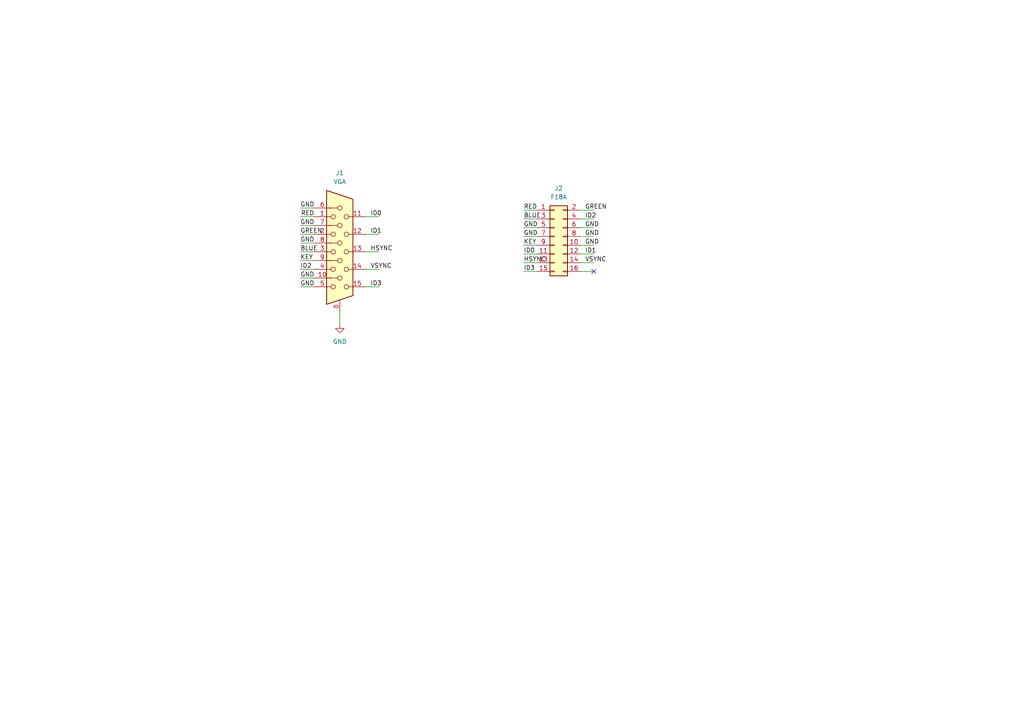
<source format=kicad_sch>
(kicad_sch (version 20211123) (generator eeschema)
  (paper "A4")
  (lib_symbols
    (symbol "Connector:DB15_Female_HighDensity_MountingHoles" (pin_names (offset 1.016) hide)
      (property "Reference" "J" (at 0 21.59 0))
      (property "Value" "DB15_Female_HighDensity_MountingHoles" (at 0 19.05 0))
      (symbol "DB15_Female_HighDensity_MountingHoles_0_1"
        (circle (center -1.905 -10.16) (radius 0.635))
        (circle (center -1.905 -5.08) (radius 0.635))
        (circle (center -1.905 0) (radius 0.635))
        (circle (center -1.905 5.08) (radius 0.635))
        (circle (center -1.905 10.16) (radius 0.635))
        (circle (center 0 -7.62) (radius 0.635))
        (circle (center 0 -2.54) (radius 0.635))
        (polyline (pts (xy -3.175 7.62) (xy -0.635 7.62)))
        (polyline (pts (xy -0.635 -7.62) (xy -3.175 -7.62)))
        (polyline (pts (xy -0.635 -2.54) (xy -3.175 -2.54)))
        (polyline (pts (xy -0.635 2.54) (xy -3.175 2.54)))
        (polyline (pts (xy -0.635 12.7) (xy -3.175 12.7)))
        (polyline (pts (xy -3.81 17.78) (xy -3.81 -15.24) (xy 3.81 -12.7) (xy 3.81 15.24) (xy -3.81 17.78)) (stroke (width 0.254)) (fill (type background)))
        (circle (center 0 2.54) (radius 0.635))
        (circle (center 0 7.62) (radius 0.635))
        (circle (center 0 12.7) (radius 0.635))
        (circle (center 1.905 -10.16) (radius 0.635))
        (circle (center 1.905 -5.08) (radius 0.635))
        (circle (center 1.905 0) (radius 0.635))
        (circle (center 1.905 5.08) (radius 0.635))
        (circle (center 1.905 10.16) (radius 0.635))
      )
      (symbol "DB15_Female_HighDensity_MountingHoles_1_1"
        (pin passive line (at 0 -17.78 90) (length 3.81) (name "~") (number "0"))
        (pin passive line (at -7.62 10.16 0) (length 5.08) (name "~") (number "1"))
        (pin passive line (at -7.62 -7.62 0) (length 5.08) (name "~") (number "10"))
        (pin passive line (at 7.62 10.16 180) (length 5.08) (name "~") (number "11"))
        (pin passive line (at 7.62 5.08 180) (length 5.08) (name "~") (number "12"))
        (pin passive line (at 7.62 0 180) (length 5.08) (name "~") (number "13"))
        (pin passive line (at 7.62 -5.08 180) (length 5.08) (name "~") (number "14"))
        (pin passive line (at 7.62 -10.16 180) (length 5.08) (name "~") (number "15"))
        (pin passive line (at -7.62 5.08 0) (length 5.08) (name "~") (number "2"))
        (pin passive line (at -7.62 0 0) (length 5.08) (name "~") (number "3"))
        (pin passive line (at -7.62 -5.08 0) (length 5.08) (name "~") (number "4"))
        (pin passive line (at -7.62 -10.16 0) (length 5.08) (name "~") (number "5"))
        (pin passive line (at -7.62 12.7 0) (length 5.08) (name "~") (number "6"))
        (pin passive line (at -7.62 7.62 0) (length 5.08) (name "~") (number "7"))
        (pin passive line (at -7.62 2.54 0) (length 5.08) (name "~") (number "8"))
        (pin passive line (at -7.62 -2.54 0) (length 5.08) (name "~") (number "9"))
      )
    )
    (symbol "Connector_Generic:Conn_02x08_Odd_Even" (pin_names (offset 1.016) hide)
      (property "Reference" "J" (at 1.27 10.16 0))
      (property "Value" "Conn_02x08_Odd_Even" (at 1.27 -12.7 0))
      (symbol "Conn_02x08_Odd_Even_1_1"
        (rectangle (start -1.27 -10.033) (end 0 -10.287) (stroke (width 0.1524)))
        (rectangle (start -1.27 -7.493) (end 0 -7.747) (stroke (width 0.1524)))
        (rectangle (start -1.27 -4.953) (end 0 -5.207) (stroke (width 0.1524)))
        (rectangle (start -1.27 -2.413) (end 0 -2.667) (stroke (width 0.1524)))
        (rectangle (start -1.27 0.127) (end 0 -0.127) (stroke (width 0.1524)))
        (rectangle (start -1.27 2.667) (end 0 2.413) (stroke (width 0.1524)))
        (rectangle (start -1.27 5.207) (end 0 4.953) (stroke (width 0.1524)))
        (rectangle (start -1.27 7.747) (end 0 7.493) (stroke (width 0.1524)))
        (rectangle (start -1.27 8.89) (end 3.81 -11.43) (stroke (width 0.254)) (fill (type background)))
        (rectangle (start 3.81 -10.033) (end 2.54 -10.287) (stroke (width 0.1524)))
        (rectangle (start 3.81 -7.493) (end 2.54 -7.747) (stroke (width 0.1524)))
        (rectangle (start 3.81 -4.953) (end 2.54 -5.207) (stroke (width 0.1524)))
        (rectangle (start 3.81 -2.413) (end 2.54 -2.667) (stroke (width 0.1524)))
        (rectangle (start 3.81 0.127) (end 2.54 -0.127) (stroke (width 0.1524)))
        (rectangle (start 3.81 2.667) (end 2.54 2.413) (stroke (width 0.1524)))
        (rectangle (start 3.81 5.207) (end 2.54 4.953) (stroke (width 0.1524)))
        (rectangle (start 3.81 7.747) (end 2.54 7.493) (stroke (width 0.1524)))
        (pin passive line (at -5.08 7.62 0) (length 3.81) (name "Pin_1") (number "1"))
        (pin passive line (at 7.62 -2.54 180) (length 3.81) (name "Pin_10") (number "10"))
        (pin passive line (at -5.08 -5.08 0) (length 3.81) (name "Pin_11") (number "11"))
        (pin passive line (at 7.62 -5.08 180) (length 3.81) (name "Pin_12") (number "12"))
        (pin passive line (at -5.08 -7.62 0) (length 3.81) (name "Pin_13") (number "13"))
        (pin passive line (at 7.62 -7.62 180) (length 3.81) (name "Pin_14") (number "14"))
        (pin passive line (at -5.08 -10.16 0) (length 3.81) (name "Pin_15") (number "15"))
        (pin passive line (at 7.62 -10.16 180) (length 3.81) (name "Pin_16") (number "16"))
        (pin passive line (at 7.62 7.62 180) (length 3.81) (name "Pin_2") (number "2"))
        (pin passive line (at -5.08 5.08 0) (length 3.81) (name "Pin_3") (number "3"))
        (pin passive line (at 7.62 5.08 180) (length 3.81) (name "Pin_4") (number "4"))
        (pin passive line (at -5.08 2.54 0) (length 3.81) (name "Pin_5") (number "5"))
        (pin passive line (at 7.62 2.54 180) (length 3.81) (name "Pin_6") (number "6"))
        (pin passive line (at -5.08 0 0) (length 3.81) (name "Pin_7") (number "7"))
        (pin passive line (at 7.62 0 180) (length 3.81) (name "Pin_8") (number "8"))
        (pin passive line (at -5.08 -2.54 0) (length 3.81) (name "Pin_9") (number "9"))
      )
    )
    (symbol "power:GND" (power) (pin_names (offset 0))
      (property "Value" "GND" (at 0 -3.81 0))
      (symbol "GND_0_1"
        (polyline (pts (xy 0 0) (xy 0 -1.27) (xy 1.27 -1.27) (xy 0 -2.54) (xy -1.27 -1.27) (xy 0 -1.27)))
      )
      (symbol "GND_1_1"
        (pin power_in line (at 0 0 270) (length 0) hide (name "GND") (number "1"))
      )
    )
  )
  (no_connect (at 172.212 78.74))
  (wire (pts (xy 168.402 68.58) (xy 172.212 68.58)))
  (wire (pts (xy 87.122 65.405) (xy 90.932 65.405)))
  (wire (pts (xy 168.402 76.2) (xy 172.212 76.2)))
  (wire (pts (xy 168.402 66.04) (xy 172.212 66.04)))
  (wire (pts (xy 168.402 78.74) (xy 172.212 78.74)))
  (wire (pts (xy 106.172 62.865) (xy 109.982 62.865)))
  (wire (pts (xy 106.172 78.105) (xy 109.982 78.105)))
  (wire (pts (xy 87.122 70.485) (xy 90.932 70.485)))
  (wire (pts (xy 106.172 73.025) (xy 109.982 73.025)))
  (wire (pts (xy 87.122 78.105) (xy 90.932 78.105)))
  (wire (pts (xy 87.122 60.325) (xy 90.932 60.325)))
  (wire (pts (xy 106.172 67.945) (xy 109.982 67.945)))
  (wire (pts (xy 151.892 78.74) (xy 155.702 78.74)))
  (wire (pts (xy 87.122 73.025) (xy 90.932 73.025)))
  (wire (pts (xy 151.892 66.04) (xy 155.702 66.04)))
  (wire (pts (xy 87.122 80.645) (xy 90.932 80.645)))
  (wire (pts (xy 106.172 83.185) (xy 109.982 83.185)))
  (wire (pts (xy 168.402 71.12) (xy 172.212 71.12)))
  (wire (pts (xy 151.892 68.58) (xy 155.702 68.58)))
  (wire (pts (xy 87.122 75.565) (xy 90.932 75.565)))
  (wire (pts (xy 168.402 63.5) (xy 172.212 63.5)))
  (wire (pts (xy 87.122 67.945) (xy 90.932 67.945)))
  (wire (pts (xy 151.892 60.96) (xy 155.702 60.96)))
  (wire (pts (xy 168.402 73.66) (xy 172.212 73.66)))
  (wire (pts (xy 87.122 83.185) (xy 90.932 83.185)))
  (wire (pts (xy 151.892 71.12) (xy 155.702 71.12)))
  (wire (pts (xy 168.402 60.96) (xy 172.212 60.96)))
  (wire (pts (xy 87.122 62.865) (xy 90.932 62.865)))
  (wire (pts (xy 98.552 93.98) (xy 98.552 90.805)))
  (wire (pts (xy 151.892 76.2) (xy 155.702 76.2)))
  (wire (pts (xy 151.892 63.5) (xy 155.702 63.5)))
  (wire (pts (xy 151.892 73.66) (xy 155.702 73.66)))
  (label "HSYNC" (at 107.442 73.025 0))
  (label "VSYNC" (at 169.672 76.2 0))
  (label "KEY" (at 87.122 75.565 0))
  (label "ID1" (at 169.672 73.66 0))
  (label "ID0" (at 151.892 73.66 0))
  (label "GND" (at 87.122 60.325 0))
  (label "GND" (at 151.892 68.58 0))
  (label "ID0" (at 107.442 62.865 0))
  (label "BLUE" (at 87.122 73.025 0))
  (label "ID1" (at 107.442 67.945 0))
  (label "GND" (at 169.672 68.58 0))
  (label "GREEN" (at 87.122 67.945 0))
  (label "GND" (at 87.122 80.645 0))
  (label "GREEN" (at 169.672 60.96 0))
  (label "GND" (at 87.122 83.185 0))
  (label "GND" (at 169.672 71.12 0))
  (label "ID2" (at 169.672 63.5 0))
  (label "GND" (at 87.122 70.485 0))
  (label "GND" (at 87.122 65.405 0))
  (label "KEY" (at 151.892 71.12 0))
  (label "RED" (at 87.249 62.865 0))
  (label "ID2" (at 87.122 78.105 0))
  (label "HSYNC" (at 151.892 76.2 0))
  (label "ID3" (at 151.892 78.74 0))
  (label "GND" (at 151.892 66.04 0))
  (label "RED" (at 151.892 60.96 0))
  (label "VSYNC" (at 107.442 78.105 0))
  (label "GND" (at 169.672 66.04 0))
  (label "ID3" (at 107.442 83.185 0))
  (label "BLUE" (at 151.892 63.5 0))
  (symbol (lib_id "Connector:DB15_Female_HighDensity_MountingHoles") (at 98.552 73.025 0) (unit 1)
    (property "Reference" "J1" (at 98.552 50.165 0))
    (property "Value" "VGA" (at 98.552 52.705 0))
    (property "Footprint" "Connector_Dsub:DSUB-15-HD_Female_Horizontal_P2.29x1.98mm_EdgePinOffset8.35mm_Housed_MountingHolesOffset10.89mm" (effects hide))
    (property "Datasheet" " ~" (effects hide))
  )
  (symbol (lib_id "Connector_Generic:Conn_02x08_Odd_Even") (at 160.782 68.58 0) (unit 1)
    (property "Reference" "J2" (at 162.052 54.61 0))
    (property "Value" "F18A" (at 162.052 57.15 0))
    (property "Footprint" "Connector_PinHeader_2.54mm:PinHeader_2x08_P2.54mm_Vertical" (effects hide))
  )
  (symbol (lib_id "power:GND") (at 98.552 93.98 0) (unit 1)
    (property "Reference" "#PWR01" (effects hide))
    (property "Value" "GND" (at 98.552 99.06 0))
  )
)
</source>
